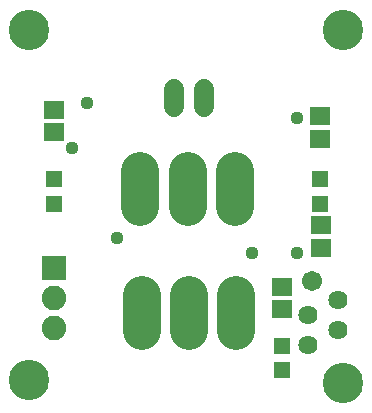
<source format=gts>
G75*
%MOIN*%
%OFA0B0*%
%FSLAX24Y24*%
%IPPOS*%
%LPD*%
%AMOC8*
5,1,8,0,0,1.08239X$1,22.5*
%
%ADD10C,0.0640*%
%ADD11C,0.0671*%
%ADD12C,0.0674*%
%ADD13C,0.1265*%
%ADD14R,0.0671X0.0592*%
%ADD15R,0.0710X0.0592*%
%ADD16R,0.0552X0.0552*%
%ADD17R,0.0820X0.0820*%
%ADD18C,0.0820*%
%ADD19C,0.0437*%
%ADD20C,0.1346*%
D10*
X010248Y007241D03*
X010248Y008241D03*
X011248Y007741D03*
X011248Y008741D03*
D11*
X010391Y009379D03*
D12*
X006769Y015201D02*
X006769Y015795D01*
X005769Y015795D02*
X005769Y015201D01*
D13*
X006241Y013047D02*
X006241Y011862D01*
X007821Y011862D02*
X007821Y013047D01*
X007861Y008913D02*
X007861Y007728D01*
X006281Y007728D02*
X006281Y008913D01*
X004701Y008913D02*
X004701Y007728D01*
X004661Y011862D02*
X004661Y013047D01*
D14*
X010690Y011240D03*
X010690Y010492D03*
D15*
X009381Y009194D03*
X009381Y008446D03*
X010643Y014136D03*
X010643Y014884D03*
X001777Y015104D03*
X001777Y014356D03*
D16*
X001777Y012781D03*
X001777Y011955D03*
X009381Y007233D03*
X009381Y006407D03*
X010655Y011947D03*
X010655Y012774D03*
D17*
X001781Y009820D03*
D18*
X001781Y008820D03*
X001781Y007820D03*
D19*
X003881Y010820D03*
X002381Y013820D03*
X002881Y015320D03*
X008381Y010320D03*
X009881Y010320D03*
X009881Y014820D03*
D20*
X000950Y006089D03*
X000950Y017762D03*
X011422Y017762D03*
X011422Y005989D03*
M02*

</source>
